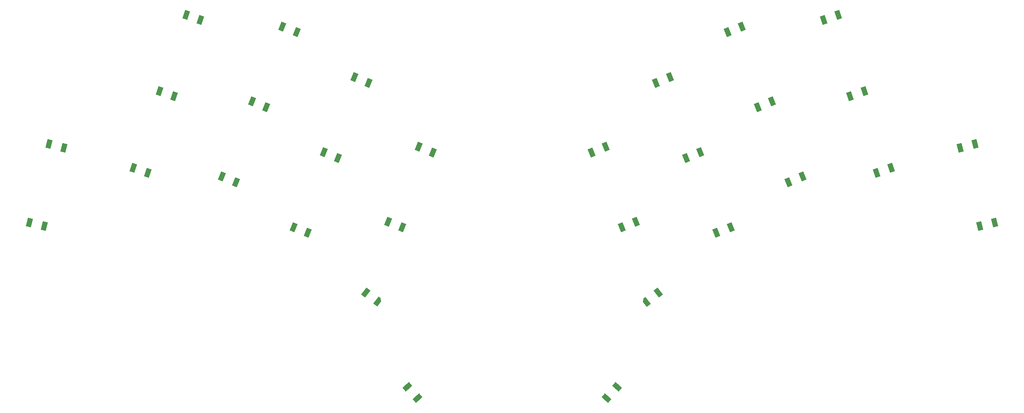
<source format=gbr>
%TF.GenerationSoftware,KiCad,Pcbnew,9.0.1-1.fc42*%
%TF.CreationDate,2025-04-18T11:34:56+10:00*%
%TF.ProjectId,iiwi,69697769-2e6b-4696-9361-645f70636258,0.1*%
%TF.SameCoordinates,Original*%
%TF.FileFunction,Paste,Top*%
%TF.FilePolarity,Positive*%
%FSLAX46Y46*%
G04 Gerber Fmt 4.6, Leading zero omitted, Abs format (unit mm)*
G04 Created by KiCad (PCBNEW 9.0.1-1.fc42) date 2025-04-18 11:34:56*
%MOMM*%
%LPD*%
G01*
G04 APERTURE LIST*
G04 Aperture macros list*
%AMRotRect*
0 Rectangle, with rotation*
0 The origin of the aperture is its center*
0 $1 length*
0 $2 width*
0 $3 Rotation angle, in degrees counterclockwise*
0 Add horizontal line*
21,1,$1,$2,0,0,$3*%
%AMOutline5P*
0 Free polygon, 5 corners , with rotation*
0 The origin of the aperture is its center*
0 number of corners: always 5*
0 $1 to $10 corner X, Y*
0 $11 Rotation angle, in degrees counterclockwise*
0 create outline with 5 corners*
4,1,5,$1,$2,$3,$4,$5,$6,$7,$8,$9,$10,$1,$2,$11*%
%AMOutline6P*
0 Free polygon, 6 corners , with rotation*
0 The origin of the aperture is its center*
0 number of corners: always 6*
0 $1 to $12 corner X, Y*
0 $13 Rotation angle, in degrees counterclockwise*
0 create outline with 6 corners*
4,1,6,$1,$2,$3,$4,$5,$6,$7,$8,$9,$10,$11,$12,$1,$2,$13*%
%AMOutline7P*
0 Free polygon, 7 corners , with rotation*
0 The origin of the aperture is its center*
0 number of corners: always 7*
0 $1 to $14 corner X, Y*
0 $15 Rotation angle, in degrees counterclockwise*
0 create outline with 7 corners*
4,1,7,$1,$2,$3,$4,$5,$6,$7,$8,$9,$10,$11,$12,$13,$14,$1,$2,$15*%
%AMOutline8P*
0 Free polygon, 8 corners , with rotation*
0 The origin of the aperture is its center*
0 number of corners: always 8*
0 $1 to $16 corner X, Y*
0 $17 Rotation angle, in degrees counterclockwise*
0 create outline with 8 corners*
4,1,8,$1,$2,$3,$4,$5,$6,$7,$8,$9,$10,$11,$12,$13,$14,$15,$16,$1,$2,$17*%
G04 Aperture macros list end*
%ADD10RotRect,1.100000X1.900000X158.000000*%
%ADD11RotRect,1.100000X1.900000X194.000000*%
%ADD12RotRect,1.100000X1.900000X161.000000*%
%ADD13RotRect,1.100000X1.900000X133.000000*%
%ADD14RotRect,1.100000X1.900000X202.000000*%
%ADD15RotRect,1.100000X1.900000X37.000000*%
%ADD16Outline5P,-0.550000X0.400000X0.000000X0.950000X0.550000X0.950000X0.550000X-0.950000X-0.550000X-0.950000X37.000000*%
%ADD17RotRect,1.100000X1.900000X199.000000*%
%ADD18RotRect,1.100000X1.900000X166.000000*%
%ADD19RotRect,1.100000X1.900000X227.000000*%
%ADD20Outline5P,-0.550000X0.950000X0.000000X0.950000X0.550000X0.400000X0.550000X-0.950000X-0.550000X-0.950000X323.000000*%
%ADD21RotRect,1.100000X1.900000X323.000000*%
G04 APERTURE END LIST*
D10*
%TO.C,SW12*%
X125083350Y-142595988D03*
X128143093Y-143832235D03*
%TD*%
D11*
%TO.C,S14*%
X273301539Y-142398637D03*
X276503517Y-141600293D03*
%TD*%
D12*
%TO.C,SW1*%
X101855714Y-96650200D03*
X104975958Y-97724606D03*
%TD*%
D13*
%TO.C,S27*%
X149631668Y-177198921D03*
X151882276Y-179612436D03*
%TD*%
D14*
%TO.C,SW26*%
X203301145Y-111384882D03*
X206360853Y-110148682D03*
%TD*%
%TO.C,SW27*%
X218807123Y-100391482D03*
X221866831Y-99155282D03*
%TD*%
D10*
%TO.C,SW3*%
X138194588Y-110144507D03*
X141254331Y-111380754D03*
%TD*%
%TO.C,SW6*%
X116124970Y-115383567D03*
X119184713Y-116619814D03*
%TD*%
D15*
%TO.C,S14*%
X203872918Y-156798639D03*
D16*
X201237419Y-158784630D03*
%TD*%
D12*
%TO.C,SW10*%
X90460805Y-129743364D03*
X93581049Y-130817770D03*
%TD*%
D17*
%TO.C,SW19*%
X250967981Y-130817755D03*
X254088204Y-129743394D03*
%TD*%
D14*
%TO.C,SW21*%
X195975270Y-142649540D03*
X199034978Y-141413340D03*
%TD*%
%TO.C,SW22*%
X209850362Y-127606460D03*
X212910070Y-126370260D03*
%TD*%
%TO.C,SW23*%
X225364321Y-116619789D03*
X228424029Y-115383589D03*
%TD*%
D10*
%TO.C,SW2*%
X122680587Y-99157876D03*
X125740330Y-100394123D03*
%TD*%
D18*
%TO.C,SW9*%
X72279127Y-124620096D03*
X75481124Y-125418463D03*
%TD*%
D10*
%TO.C,SW11*%
X109569305Y-131609340D03*
X112629048Y-132845587D03*
%TD*%
D18*
%TO.C,S1*%
X68045507Y-141600291D03*
X71247483Y-142398635D03*
%TD*%
D19*
%TO.C,S28*%
X192666723Y-179612425D03*
X194917365Y-177198937D03*
%TD*%
D10*
%TO.C,SW7*%
X131638931Y-126370250D03*
X134698674Y-127606497D03*
%TD*%
D11*
%TO.C,S15*%
X269067904Y-125418462D03*
X272269882Y-124620118D03*
%TD*%
D17*
%TO.C,SW24*%
X245263845Y-114264952D03*
X248384068Y-113190591D03*
%TD*%
D14*
%TO.C,SW25*%
X189416202Y-126421762D03*
X192475910Y-125185562D03*
%TD*%
D12*
%TO.C,SW5*%
X96158268Y-113196764D03*
X99278512Y-114271170D03*
%TD*%
D10*
%TO.C,SW4*%
X152069678Y-125187628D03*
X155129421Y-126423875D03*
%TD*%
D20*
%TO.C,S14*%
X143330505Y-158745292D03*
D21*
X140664919Y-156799230D03*
%TD*%
D14*
%TO.C,SW17*%
X216405946Y-143832176D03*
X219465654Y-142595976D03*
%TD*%
D17*
%TO.C,SW28*%
X239581303Y-97731459D03*
X242701526Y-96657098D03*
%TD*%
D14*
%TO.C,SW18*%
X231919912Y-132845547D03*
X234979620Y-131609347D03*
%TD*%
D10*
%TO.C,SW8*%
X145514056Y-141413353D03*
X148573799Y-142649600D03*
%TD*%
M02*

</source>
